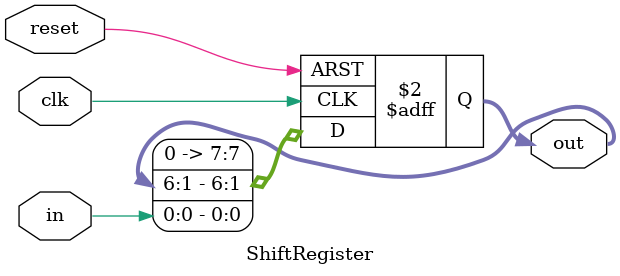
<source format=sv>
module ShiftRegister(
    clk, 
    in, 
    reset,
    out
); 
    input clk; 
    input in; 
    input reset; 
    output reg [7:0] out; 
    
    always_ff @(posedge clk or posedge reset) begin 
        if(reset)
            out <= 7'b0000000;
        else 
            out <= {out[6:1], in};
    end
endmodule
</source>
